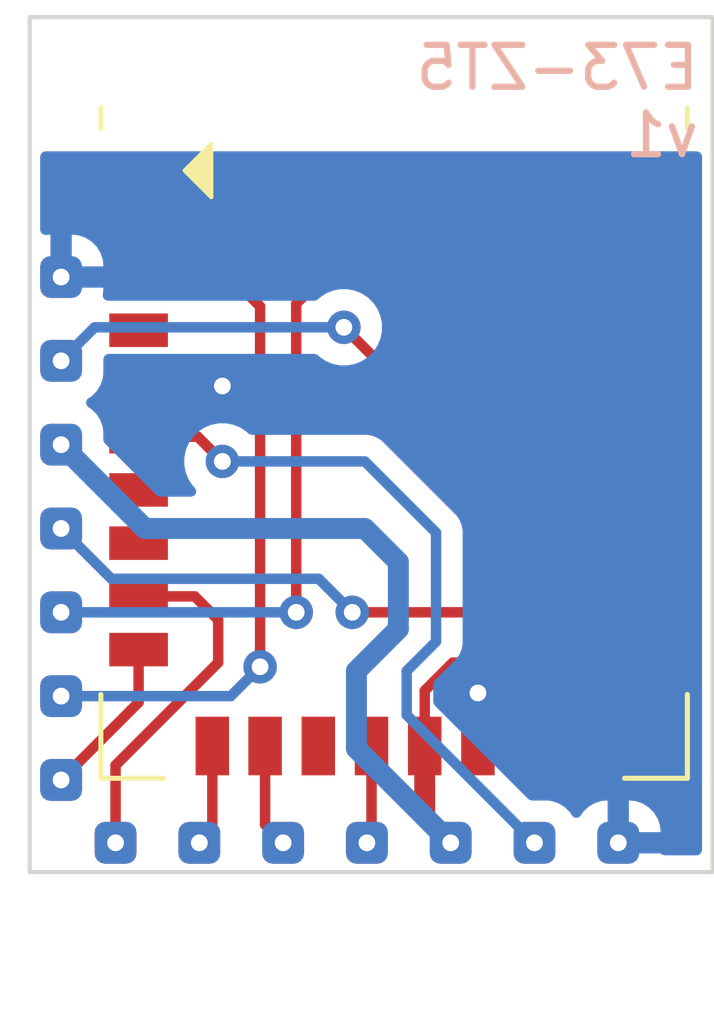
<source format=kicad_pcb>
(kicad_pcb (version 20241229) (generator "pcbnew") (generator_version "9.0")
  (layers (0 "F.Cu" signal) (2 "B.Cu" signal) (13 "F.Paste" user) (15 "B.Paste" user) (5 "F.SilkS" user "F.Silkscreen") (7 "B.SilkS" user "B.Silkscreen") (1 "F.Mask" user) (3 "B.Mask" user) (25 "Edge.Cuts" user))
  (net 0 "")
  (net 4 "GNDD")
  (net 5 "+3.3V")
  (net 8 "RST")
  (net 12 "P1.09")
  (net 13 "P0.30")
  (net 14 "RXD")
  (net 15 "P0.00")
  (net 16 "P0.03")
  (net 18 "P1.13")
  (net 22 "P0.31")
  (net 24 "TXD")
  (net 26 "P0.01")
  (footprint "Tuya:ZT5" (layer "F.Cu") (at 20.75 26.8)
    (property "Reference" "U1" (hide yes))
    (property "Value" "TZ5")
    (pad "1" thru_hole roundrect (at 1.3 13.5) (size 1 1) (drill 0.4) (layers "*.Cu" "*.Mask") (net 22 "P0.31"))
    (pad "2" thru_hole roundrect (at 3.3 13.5) (size 1 1) (drill 0.4) (layers "*.Cu" "*.Mask") (net 15 "P0.00"))
    (pad "3" thru_hole roundrect (at 5.3 13.5) (size 1 1) (drill 0.4) (layers "*.Cu" "*.Mask") (net 26 "P0.01"))
    (pad "4" thru_hole roundrect (at 7.3 13.5) (size 1 1) (drill 0.4) (layers "*.Cu" "*.Mask") (net 12 "P1.09"))
    (pad "5" thru_hole roundrect (at 9.3 13.5) (size 1 1) (drill 0.4) (layers "*.Cu" "*.Mask") (net 5 "+3.3V"))
    (pad "6" thru_hole roundrect (at 11.3 13.5) (size 1 1) (drill 0.4) (layers "*.Cu" "*.Mask") (net 18 "P1.13"))
    (pad "7" thru_hole roundrect (at 13.3 13.5) (size 1 1) (drill 0.4) (layers "*.Cu" "*.Mask") (net 4 "GNDD"))
    (pad "8" thru_hole roundrect (at 0 8) (size 1 1) (drill 0.4) (layers "*.Cu" "*.Mask") (net 14 "RXD"))
    (pad "9" thru_hole roundrect (at 0 6) (size 1 1) (drill 0.4) (layers "*.Cu" "*.Mask") (net 8 "RST"))
    (pad "10" thru_hole roundrect (at 0 4) (size 1 1) (drill 0.4) (layers "*.Cu" "*.Mask") (net 5 "+3.3V"))
    (pad "11" thru_hole roundrect (at 0 2) (size 1 1) (drill 0.4) (layers "*.Cu" "*.Mask") (net 24 "TXD"))
    (pad "12" thru_hole roundrect (at 0 0) (size 1 1) (drill 0.4) (layers "*.Cu" "*.Mask") (net 4 "GNDD"))
    (pad "Z0" thru_hole roundrect (at 0 12) (size 1 1) (drill 0.4) (layers "*.Cu" "*.Mask") (net 13 "P0.30"))
    (pad "Z1" thru_hole roundrect (at 0 10) (size 1 1) (drill 0.4) (layers "*.Cu" "*.Mask") (net 16 "P0.03"))
  )
  (footprint "nrf5:E73-2G4M08S1C_light_short" (layer "F.Cu") (at 22.6 24.26)
    (property "Reference" "U2" (hide yes))
    (property "Value" "E73-2G4M08S1C_light")
    (fp_line (start -0.899999 -1.5) (end -0.899999 -1) (stroke (width 0.12)) (layer "F.SilkS"))
    (fp_line (start -0.899999 14.5) (end -0.899999 12.5) (stroke (width 0.12)) (layer "F.SilkS"))
    (fp_line (start 0.600001 14.5) (end -0.899999 14.5) (stroke (width 0.12)) (layer "F.SilkS"))
    (fp_line (start 13.100001 -1) (end 13.100001 -1.5) (stroke (width 0.12)) (layer "F.SilkS"))
    (fp_line (start 13.100001 12.5) (end 13.100001 14.5) (stroke (width 0.12)) (layer "F.SilkS"))
    (fp_line (start 13.100001 14.5) (end 11.600001 14.5) (stroke (width 0.12)) (layer "F.SilkS"))
    (fp_poly (pts (xy 1.100001 0) (xy 1.735001 -0.635) (xy 1.735001 0.635)) (stroke (width 0.1)) (fill yes) (layer "F.SilkS"))
    (pad "1" smd rect (at 0 0 180) (size 1.4 0.8) (layers "F.Cu" "F.Mask" "F.Paste"))
    (pad "2" smd rect (at 0 1.27 180) (size 1.4 0.8) (layers "F.Cu" "F.Mask" "F.Paste"))
    (pad "3" smd rect (at 0 2.54 180) (size 1.4 0.8) (layers "F.Cu" "F.Mask" "F.Paste") (net 16 "P0.03"))
    (pad "4" smd rect (at 0 3.81 180) (size 1.4 0.8) (layers "F.Cu" "F.Mask" "F.Paste"))
    (pad "5" smd rect (at 0 5.08 180) (size 1.4 0.8) (layers "F.Cu" "F.Mask" "F.Paste") (net 4 "GNDD"))
    (pad "6" smd rect (at 0 6.35 180) (size 1.4 0.8) (layers "F.Cu" "F.Mask" "F.Paste") (net 18 "P1.13"))
    (pad "7" smd rect (at 0 7.62 180) (size 1.4 0.8) (layers "F.Cu" "F.Mask" "F.Paste"))
    (pad "8" smd rect (at 0 8.89 180) (size 1.4 0.8) (layers "F.Cu" "F.Mask" "F.Paste"))
    (pad "9" smd rect (at 0 10.16 180) (size 1.4 0.8) (layers "F.Cu" "F.Mask" "F.Paste") (net 22 "P0.31"))
    (pad "10" smd rect (at 0 11.43 180) (size 1.4 0.8) (layers "F.Cu" "F.Mask" "F.Paste") (net 13 "P0.30"))
    (pad "11" smd rect (at 1.76 13.729999 180) (size 0.8 1.4) (layers "F.Cu" "F.Mask" "F.Paste") (net 15 "P0.00"))
    (pad "13" smd rect (at 3.020001 13.729999 180) (size 0.8 1.4) (layers "F.Cu" "F.Mask" "F.Paste") (net 26 "P0.01"))
    (pad "15" smd rect (at 4.290001 13.729999 180) (size 0.8 1.4) (layers "F.Cu" "F.Mask" "F.Paste"))
    (pad "17" smd rect (at 5.560001 13.729999 180) (size 0.8 1.4) (layers "F.Cu" "F.Mask" "F.Paste") (net 12 "P1.09"))
    (pad "19" smd rect (at 6.830001 13.729999 180) (size 0.8 1.4) (layers "F.Cu" "F.Mask" "F.Paste") (net 5 "+3.3V"))
    (pad "21" smd rect (at 8.100001 13.729999 180) (size 0.8 1.4) (layers "F.Cu" "F.Mask" "F.Paste") (net 4 "GNDD"))
    (pad "23" smd rect (at 9.37 13.729999 180) (size 0.8 1.4) (layers "F.Cu" "F.Mask" "F.Paste") (net 5 "+3.3V"))
    (pad "25" smd rect (at 10.64 13.729999 180) (size 0.8 1.4) (layers "F.Cu" "F.Mask" "F.Paste"))
    (pad "26" smd rect (at 12.400001 11.43 180) (size 1.4 0.8) (layers "F.Cu" "F.Mask" "F.Paste") (net 8 "RST"))
    (pad "27" smd rect (at 12.400001 10.16 180) (size 1.4 0.8) (layers "F.Cu" "F.Mask" "F.Paste"))
    (pad "29" smd rect (at 12.400001 8.89 180) (size 1.4 0.8) (layers "F.Cu" "F.Mask" "F.Paste"))
    (pad "31" smd rect (at 12.400001 7.62 180) (size 1.4 0.8) (layers "F.Cu" "F.Mask" "F.Paste"))
    (pad "33" smd rect (at 12.400001 6.35 180) (size 1.4 0.8) (layers "F.Cu" "F.Mask" "F.Paste") (net 24 "TXD"))
    (pad "35" smd rect (at 12.400001 5.08 180) (size 1.4 0.8) (layers "F.Cu" "F.Mask" "F.Paste") (net 14 "RXD"))
    (pad "37" smd rect (at 12.400001 3.81 180) (size 1.4 0.8) (layers "F.Cu" "F.Mask" "F.Paste"))
    (pad "39" smd rect (at 12.400001 2.54 180) (size 1.4 0.8) (layers "F.Cu" "F.Mask" "F.Paste"))
    (pad "41" smd rect (at 12.400001 1.27 180) (size 1.4 0.8) (layers "F.Cu" "F.Mask" "F.Paste"))
    (pad "43" smd rect (at 12.400001 0 180) (size 1.4 0.8) (layers "F.Cu" "F.Mask" "F.Paste"))
  )
  (gr_rect (start 20 20.6) (end 36.3 41) (stroke (width 0.1)) (fill no) (layer "Edge.Cuts"))
  (gr_text "E73-ZT5\nv1" (at 36.05 24 0) (layer "B.SilkS") (effects (font (size 1 1)) (justify left bottom mirror)))
  (segment (start 30.7 37.989998) (end 30.7 36.725) (width 0.5) (layer "F.Cu") (net 4))
  (segment (start 22.6 29.34) (end 24.54 29.34) (width 0.5) (layer "F.Cu") (net 4))
  (segment (start 30.700001 37.989999) (end 30.7 37.989998) (width 0.5) (layer "F.Cu") (net 4))
  (segment (start 24.54 29.34) (end 24.6 29.4) (width 0.25) (layer "F.Cu") (net 4))
  (via (at 24.6 29.4) (size 0.8) (drill 0.4) (layers "F.Cu" "B.Cu") (net 4))
  (via (at 30.7 36.725) (size 0.8) (drill 0.4) (layers "F.Cu" "B.Cu") (net 4))
  (segment (start 29.430001 37.989999) (end 29.43 37.989998) (width 0.25) (layer "F.Cu") (net 5))
  (segment (start 29.430001 37.989999) (end 29.430001 39.680001) (width 0.5) (layer "F.Cu") (net 5))
  (segment (start 29.43 36.67) (end 30.1 36) (width 0.25) (layer "F.Cu") (net 5))
  (segment (start 31.969999 37.989998) (end 31.97 37.989999) (width 0.25) (layer "F.Cu") (net 5))
  (segment (start 29.43 37.989998) (end 29.43 36.67) (width 0.25) (layer "F.Cu") (net 5))
  (segment (start 30.1 36) (end 31.3 36) (width 0.25) (layer "F.Cu") (net 5))
  (segment (start 31.3 36) (end 31.969999 36.669999) (width 0.25) (layer "F.Cu") (net 5))
  (segment (start 29.430001 39.680001) (end 30.05 40.3) (width 0.5) (layer "F.Cu") (net 5))
  (segment (start 31.969999 36.669999) (end 31.969999 37.989998) (width 0.25) (layer "F.Cu") (net 5))
  (segment (start 20.75 30.8) (end 22.75 32.8) (width 0.5) (layer "B.Cu") (net 5))
  (segment (start 27.8 36.2) (end 27.8 38.05) (width 0.5) (layer "B.Cu") (net 5))
  (segment (start 28 32.8) (end 28.8 33.6) (width 0.5) (layer "B.Cu") (net 5))
  (segment (start 22.75 32.8) (end 28 32.8) (width 0.5) (layer "B.Cu") (net 5))
  (segment (start 27.8 38.05) (end 30.05 40.3) (width 0.5) (layer "B.Cu") (net 5))
  (segment (start 28.8 35.2) (end 27.8 36.2) (width 0.5) (layer "B.Cu") (net 5))
  (segment (start 28.8 33.6) (end 28.8 35.2) (width 0.5) (layer "B.Cu") (net 5))
  (segment (start 27.700003 34.9) (end 27.800003 34.8) (width 0.25) (layer "F.Cu") (net 8))
  (segment (start 32.69 35.69) (end 35.000001 35.69) (width 0.25) (layer "F.Cu") (net 8))
  (segment (start 27.700003 34.8) (end 27.700003 34.9) (width 0.25) (layer "F.Cu") (net 8))
  (segment (start 27.800003 34.8) (end 31.8 34.8) (width 0.25) (layer "F.Cu") (net 8))
  (segment (start 31.8 34.8) (end 32.69 35.69) (width 0.25) (layer "F.Cu") (net 8))
  (via (at 27.700003 34.8) (size 0.8) (drill 0.4) (layers "F.Cu" "B.Cu") (net 8))
  (segment (start 26.900003 34) (end 21.95 34) (width 0.25) (layer "B.Cu") (net 8))
  (segment (start 27.700003 34.8) (end 26.900003 34) (width 0.25) (layer "B.Cu") (net 8))
  (segment (start 21.95 34) (end 20.75 32.8) (width 0.25) (layer "B.Cu") (net 8))
  (segment (start 28.160001 40.239999) (end 28.160001 37.989999) (width 0.25) (layer "F.Cu") (net 12))
  (segment (start 28.1 40.3) (end 28.160001 40.239999) (width 0.25) (layer "F.Cu") (net 12))
  (segment (start 28.05 40.3) (end 28.1 40.3) (width 0.25) (layer "F.Cu") (net 12))
  (segment (start 22.6 36.95) (end 22.6 35.69) (width 0.25) (layer "F.Cu") (net 13))
  (segment (start 20.75 38.8) (end 22.6 36.95) (width 0.25) (layer "F.Cu") (net 13))
  (segment (start 26.9 26.9) (end 28.3 26.9) (width 0.25) (layer "F.Cu") (net 14))
  (segment (start 30.74 29.34) (end 35.000001 29.34) (width 0.25) (layer "F.Cu") (net 14))
  (segment (start 26.3625 34.8) (end 26.3625 27.4375) (width 0.25) (layer "F.Cu") (net 14))
  (segment (start 26.3625 34.7625) (end 26.3625 34.8) (width 0.25) (layer "F.Cu") (net 14))
  (segment (start 26.3625 27.4375) (end 26.9 26.9) (width 0.25) (layer "F.Cu") (net 14))
  (segment (start 28.3 26.9) (end 30.74 29.34) (width 0.25) (layer "F.Cu") (net 14))
  (via (at 26.3625 34.8) (size 0.8) (drill 0.4) (layers "F.Cu" "B.Cu") (net 14))
  (segment (start 26.3625 34.8) (end 20.75 34.8) (width 0.25) (layer "B.Cu") (net 14))
  (segment (start 26.3625 34.7625) (end 26.225 34.9) (width 0.25) (layer "B.Cu") (net 14))
  (segment (start 24.05 40.3) (end 24.1 40.3) (width 0.25) (layer "F.Cu") (net 15))
  (segment (start 24.1 40.3) (end 24.36 40.04) (width 0.25) (layer "F.Cu") (net 15))
  (segment (start 24.36 40.04) (end 24.36 37.989999) (width 0.25) (layer "F.Cu") (net 15))
  (segment (start 25.5 27.5) (end 24.8 26.8) (width 0.25) (layer "F.Cu") (net 16))
  (segment (start 25.5 36.1) (end 25.5 27.5) (width 0.25) (layer "F.Cu") (net 16))
  (segment (start 24.8 26.8) (end 22.6 26.8) (width 0.25) (layer "F.Cu") (net 16))
  (via (at 25.5 36.1) (size 0.8) (drill 0.4) (layers "F.Cu" "B.Cu") (net 16))
  (segment (start 24.8 36.8) (end 25.5 36.1) (width 0.25) (layer "B.Cu") (net 16))
  (segment (start 20.75 36.8) (end 24.8 36.8) (width 0.25) (layer "B.Cu") (net 16))
  (segment (start 24.01 30.61) (end 22.6 30.61) (width 0.25) (layer "F.Cu") (net 18))
  (segment (start 24.6 31.2) (end 24.01 30.61) (width 0.25) (layer "F.Cu") (net 18))
  (via (at 24.6 31.2) (size 0.8) (drill 0.4) (layers "F.Cu" "B.Cu") (net 18))
  (segment (start 29.7 32.9) (end 29.7 35.5) (width 0.25) (layer "B.Cu") (net 18))
  (segment (start 29 36.2) (end 29 37.25) (width 0.25) (layer "B.Cu") (net 18))
  (segment (start 24.6 31.2) (end 28 31.2) (width 0.25) (layer "B.Cu") (net 18))
  (segment (start 28 31.2) (end 29.7 32.9) (width 0.25) (layer "B.Cu") (net 18))
  (segment (start 29 37.25) (end 32.05 40.3) (width 0.25) (layer "B.Cu") (net 18))
  (segment (start 29.7 35.5) (end 29 36.2) (width 0.25) (layer "B.Cu") (net 18))
  (segment (start 24.5 36) (end 24.5 34.98) (width 0.25) (layer "F.Cu") (net 22))
  (segment (start 24.5 34.98) (end 23.94 34.42) (width 0.25) (layer "F.Cu") (net 22))
  (segment (start 23.94 34.42) (end 22.899999 34.42) (width 0.25) (layer "F.Cu") (net 22))
  (segment (start 22.05 40.3) (end 22.05 38.45) (width 0.25) (layer "F.Cu") (net 22))
  (segment (start 22.05 38.45) (end 24.5 36) (width 0.25) (layer "F.Cu") (net 22))
  (segment (start 27.5 28) (end 30.11 30.61) (width 0.25) (layer "F.Cu") (net 24))
  (segment (start 30.11 30.61) (end 35.000001 30.61) (width 0.25) (layer "F.Cu") (net 24))
  (via (at 27.5 28) (size 0.8) (drill 0.4) (layers "F.Cu" "B.Cu") (net 24))
  (segment (start 21.55 28) (end 20.75 28.8) (width 0.25) (layer "B.Cu") (net 24))
  (segment (start 27.5 28) (end 21.55 28) (width 0.25) (layer "B.Cu") (net 24))
  (segment (start 25.620001 39.870001) (end 26.05 40.3) (width 0.25) (layer "F.Cu") (net 26))
  (segment (start 25.620001 37.989999) (end 25.620001 39.870001) (width 0.25) (layer "F.Cu") (net 26))
  (zone (net 4) (net_name "GNDD") (layer "B.Cu") (connect_pads (clearance 0.508)) (min_thickness 0.254) (fill yes (thermal_gap 0.508) (thermal_bridge_width 0.508))
    (polygon (pts (xy 36.05 40.6) (xy 20.25 40.6) (xy 20.25 23.8) (xy 36.05 23.8)))
  )
)
</source>
